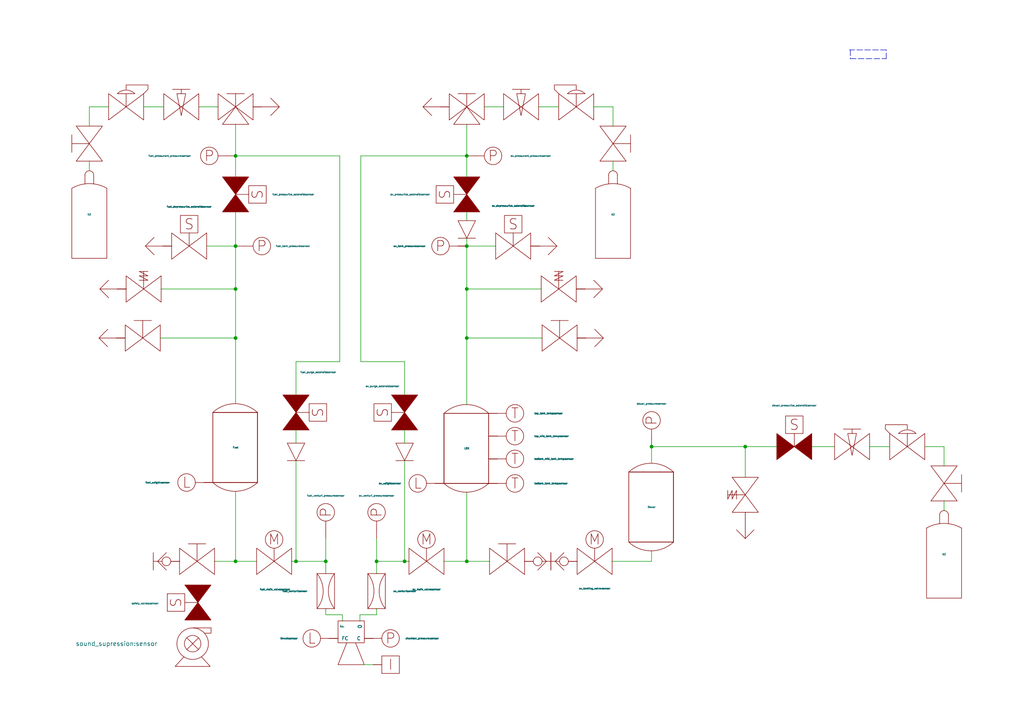
<source format=kicad_sch>
(kicad_sch (version 20231120) (generator "eeschema") (generator_version "8.0")
  (paper "A4")
  (lib_symbols
    (symbol "PnID-Lib:CheckValve" (pin_numbers hide) (pin_names (offset 1.016))
      (property "Reference" "CheckValve" (at 0 -3.302 0))
      (symbol "CheckValve_0_0"
        (polyline (pts (xy 2.54 2.54) (xy 2.54 -2.54)))
        (polyline (pts (xy -2.54 2.54) (xy -2.54 -2.54) (xy 2.54 0) (xy -2.54 2.54)))
      )
      (symbol "CheckValve_1_1"
        (pin bidirectional line (at -2.54 0 0) (length 0) (name "~") (number "~"))
        (pin bidirectional line (at 2.54 0 180) (length 0) (name "~") (number "~"))
      )
    )
    (symbol "PnID-Lib:Engine" (pin_numbers hide) (pin_names (offset 1.016))
      (property "Reference" "Engine" (at 0 -11.43 0))
      (symbol "Engine_0_0"
        (rectangle (start -3.81 2.54) (end 3.81 -3.81))
        (polyline (pts (xy -1.27 -3.81) (xy -3.81 -10.16) (xy 3.81 -10.16) (xy 1.27 -3.81)))
      )
      (symbol "Engine_1_1"
        (pin bidirectional line (at 3.81 -2.54 180) (length 0) (name "C") (number "~"))
        (pin input line (at -2.54 2.54 270) (length 0) (name "F") (number "~"))
        (pin input line (at -3.81 -2.54 0) (length 0) (name "FC") (number "~"))
        (pin input line (at 2.54 2.54 270) (length 0) (name "O") (number "~"))
      )
    )
    (symbol "PnID-Lib:GasBottle" (pin_numbers hide) (pin_names (offset 1.016))
      (property "Reference" "GasBottle" (at 0 -1.016 0))
      (symbol "GasBottle_0_0"
        (polyline (pts (xy -1.27 8.89) (xy -1.27 11.43)))
        (polyline (pts (xy 1.27 8.89) (xy 1.27 11.43)))
        (polyline (pts (xy -5.08 7.62) (xy -5.08 -12.7) (xy 5.08 -12.7) (xy 5.08 7.62)))
        (arc (start 1.27 11.43) (mid 0 12.7) (end -1.27 11.43))
        (arc (start 5.08 7.62) (mid 0 8.9691) (end -5.08 7.62))
      )
      (symbol "GasBottle_1_1"
        (pin output line (at 0 12.7 270) (length 0) (name "~") (number "~"))
      )
    )
    (symbol "PnID-Lib:PressureRegulator" (pin_numbers hide) (pin_names (offset 1.016))
      (property "Reference" "PressureRegulator" (at 0 -5.08 0))
      (property "Value" "PressureRegulator" (at 0 -6.35 0))
      (symbol "PressureRegulator_0_0"
        (polyline (pts (xy -2.54 3.81) (xy 2.54 3.81)))
        (polyline (pts (xy 0 0) (xy 0 3.81)))
        (polyline (pts (xy -5.08 3.81) (xy -6.35 5.08) (xy -6.35 6.35) (xy 0 6.35) (xy 0 5.08)))
        (arc (start 2.54 3.81) (mid 0 4.8621) (end -2.54 3.81))
      )
      (symbol "PressureRegulator_1_1"
        (polyline (pts (xy 0 0) (xy -5.08 3.81) (xy -5.08 -3.81) (xy 0 0)))
        (polyline (pts (xy 5.08 3.81) (xy 0 0) (xy 5.08 -3.81) (xy 5.08 3.81)))
        (pin bidirectional line (at -5.08 0 0) (length 0) (name "~") (number "~"))
        (pin bidirectional line (at 5.08 0 180) (length 0) (name "~") (number "~"))
      )
    )
    (symbol "PnID-Lib:Pump" (pin_names (offset 1.016))
      (property "Reference" "U" (at 6.858 -0.254 0))
      (property "Value" "Pump" (at 7.366 -2.286 0))
      (symbol "Pump_0_1"
        (polyline (pts (xy -1.651 1.651) (xy 1.651 -1.651)))
        (polyline (pts (xy 1.651 1.651) (xy -1.651 -1.651)))
        (polyline (pts (xy 5.334 4.572) (xy 0.127 4.572)))
        (polyline (pts (xy 5.334 4.572) (xy 5.334 3.048) (xy 3.429 3.048)))
        (polyline (pts (xy -2.54 -3.81) (xy -5.08 -6.604) (xy 5.08 -6.604) (xy 2.54 -3.81)))
        (circle (center 0 0) (radius 2.3876))
        (circle (center 0 0) (radius 4.572))
      )
      (symbol "Pump_1_1"
        (pin input line (at -4.572 0 0) (length 0) (name "~") (number "~"))
        (pin output line (at 5.334 3.81 180) (length 0) (name "~") (number "~"))
      )
    )
    (symbol "PnID-Lib:QuickConnect_Half" (pin_numbers hide) (pin_names (offset 1.016))
      (property "Reference" "QuickConnect" (at 0 -5.08 0))
      (property "Value" "QuickConnect_Half" (at 0 -7.62 0))
      (symbol "QuickConnect_Half_0_0"
        (circle (center -3.81 0) (radius 1.27))
        (polyline (pts (xy -1.27 0) (xy -3.81 -2.54)))
        (polyline (pts (xy -1.27 0) (xy -2.54 0)))
        (polyline (pts (xy 0 2.54) (xy 0 -2.54)))
        (polyline (pts (xy 0 0) (xy -1.27 0) (xy -3.81 2.54)))
      )
      (symbol "QuickConnect_Half_1_1"
        (pin bidirectional line (at -7.62 0 0) (length 2.54) (name "~") (number "~"))
      )
    )
    (symbol "PnID-Lib:Sensor_Load" (pin_numbers hide) (pin_names (offset 1.016))
      (property "Reference" "Sensor_Load" (at 6.35 0.762 0))
      (property "Value" "Sensor_Load" (at 6.35 -0.762 0))
      (property "Data_Content" " " (at 0 0 0))
      (symbol "Sensor_Load_0_0"
        (polyline (pts (xy -5.08 0) (xy -2.54 0)))
        (circle (center 0 0) (radius 2.54))
        (text "L" (at 0 0 0) (effects (font (size 2.9972 2.9972))))
      )
      (symbol "Sensor_Load_1_1"
        (pin bidirectional line (at -7.62 0 0) (length 2.54) (name "~") (number "~"))
      )
    )
    (symbol "PnID-Lib:Sensor_Pressure" (pin_numbers hide) (pin_names (offset 1.016))
      (property "Reference" "Sensor_Pressure" (at 6.35 0.762 0))
      (property "Value" "Sensor_Pressure" (at 6.35 -0.762 0))
      (property "Data_Content" " " (at 0 0 0))
      (symbol "Sensor_Pressure_0_0"
        (polyline (pts (xy -5.08 0) (xy -2.54 0)))
        (circle (center 0 0) (radius 2.54))
        (text "P" (at 0 0 0) (effects (font (size 2.9972 2.9972))))
      )
      (symbol "Sensor_Pressure_1_1"
        (pin bidirectional line (at -7.62 0 0) (length 2.54) (name "~") (number "~"))
      )
    )
    (symbol "PnID-Lib:Sensor_Temperature" (pin_numbers hide) (pin_names (offset 1.016))
      (property "Reference" "Sensor_Temperature" (at 7.112 0.762 0))
      (property "Value" "Sensor_Temperature" (at 7.112 -0.762 0))
      (symbol "Sensor_Temperature_0_0"
        (polyline (pts (xy -5.08 0) (xy -2.54 0)))
        (text "T" (at 0 0 0) (effects (font (size 2.9972 2.9972))))
      )
      (symbol "Sensor_Temperature_0_1"
        (circle (center 0 0) (radius 2.54))
      )
      (symbol "Sensor_Temperature_1_1"
        (pin bidirectional line (at -7.62 0 0) (length 2.54) (name "~") (number "~"))
      )
    )
    (symbol "PnID-Lib:Tank_Slim" (pin_numbers hide) (pin_names (offset 1.016))
      (property "Reference" "Tank_Slim" (at 0 1.27 0))
      (property "Value" "Tank_Slim" (at 0 -1.27 0))
      (symbol "Tank_Slim_0_0"
        (polyline (pts (xy 6.35 10.16) (xy 6.35 -10.16)))
      )
      (symbol "Tank_Slim_0_1"
        (rectangle (start -6.604 -10.16) (end 6.35 10.16))
        (polyline (pts (xy -6.604 10.16) (xy -6.604 -10.16)))
        (polyline (pts (xy -6.35 -10.16) (xy 6.35 -10.16)))
        (polyline (pts (xy -6.35 10.16) (xy 6.35 10.16)))
        (arc (start 6.35 10.16) (mid -0.127 12.7008) (end -6.604 10.16))
      )
      (symbol "Tank_Slim_1_1"
        (arc (start -6.604 -10.16) (mid -0.127 -12.7008) (end 6.35 -10.16))
        (pin bidirectional line (at 0 -12.7 90) (length 0) (name "~") (number "~"))
        (pin bidirectional line (at 0 12.7 270) (length 0) (name "~") (number "~"))
      )
    )
    (symbol "PnID-Lib:Valve_Manual" (pin_numbers hide) (pin_names (offset 1.016))
      (property "Reference" "Valve_Manual" (at 0 -5.08 0))
      (symbol "Valve_Manual_0_0"
        (polyline (pts (xy -2.54 5.08) (xy 2.54 5.08)))
        (polyline (pts (xy 0 0) (xy 0 5.08)))
      )
      (symbol "Valve_Manual_1_1"
        (polyline (pts (xy 0 0) (xy -5.08 3.81) (xy -5.08 -3.81) (xy 0 0)))
        (polyline (pts (xy 5.08 3.81) (xy 0 0) (xy 5.08 -3.81) (xy 5.08 3.81)))
        (pin bidirectional line (at -5.08 0 0) (length 0) (name "~") (number "~"))
        (pin bidirectional line (at 5.08 0 180) (length 0) (name "~") (number "~"))
      )
    )
    (symbol "PnID-Lib:Valve_Manual_3Way" (pin_names (offset 1.016))
      (property "Reference" "U" (at 0 19.558 0))
      (property "Value" "Valve_Manual_3Way" (at 0 17.272 0))
      (symbol "Valve_Manual_3Way_1_1"
        (polyline (pts (xy -2.54 10.922) (xy 2.54 10.922)))
        (polyline (pts (xy 0 7.112) (xy 0 10.922)))
        (polyline (pts (xy 0 7.112) (xy -5.08 10.922) (xy -5.08 3.302) (xy 0 7.112)))
        (polyline (pts (xy 3.81 2.032) (xy 0 7.112) (xy -3.81 2.032) (xy 3.81 2.032)))
        (polyline (pts (xy 5.08 10.922) (xy 0 7.112) (xy 5.08 3.302) (xy 5.08 10.922)))
        (pin bidirectional line (at -5.08 7.112 0) (length 0) (name "~") (number "~"))
        (pin bidirectional line (at 0 2.032 90) (length 0) (name "~") (number "~"))
        (pin bidirectional line (at 5.08 7.112 180) (length 0) (name "~") (number "~"))
      )
    )
    (symbol "PnID-Lib:Valve_Needle" (pin_numbers hide) (pin_names (offset 1.016))
      (property "Reference" "Valve_Needle" (at 0 -5.08 0))
      (symbol "Valve_Needle_0_0"
        (polyline (pts (xy -2.54 5.08) (xy 2.54 5.08)))
        (polyline (pts (xy 0 3.81) (xy 0 5.08)))
        (polyline (pts (xy 0 -2.54) (xy -1.27 3.81) (xy 1.27 3.81) (xy 0 -2.54)))
      )
      (symbol "Valve_Needle_1_1"
        (polyline (pts (xy 0 0) (xy -5.08 3.81) (xy -5.08 -3.81) (xy 0 0)))
        (polyline (pts (xy 5.08 3.81) (xy 0 0) (xy 5.08 -3.81) (xy 5.08 3.81)))
        (pin bidirectional line (at -5.08 0 0) (length 0) (name "~") (number "~"))
        (pin bidirectional line (at 5.08 0 180) (length 0) (name "~") (number "~"))
      )
    )
    (symbol "PnID-Lib:Valve_OverPressure" (pin_numbers hide) (pin_names (offset 1.016))
      (property "Reference" "Valve_OverPressure" (at 0 -4.572 0))
      (symbol "Valve_OverPressure_0_0"
        (polyline (pts (xy 0 0) (xy 0 5.08)))
        (polyline (pts (xy -1.27 2.54) (xy 1.27 2.54) (xy -1.27 3.81) (xy 1.27 3.81) (xy -1.27 5.08) (xy 1.27 5.08)))
      )
      (symbol "Valve_OverPressure_1_1"
        (polyline (pts (xy 0 0) (xy -5.08 3.81) (xy -5.08 -3.81) (xy 0 0)))
        (polyline (pts (xy 5.08 3.81) (xy 0 0) (xy 5.08 -3.81) (xy 5.08 3.81)))
        (pin bidirectional line (at -5.08 0 0) (length 0) (name "~") (number "~"))
        (pin bidirectional line (at 5.08 0 180) (length 0) (name "~") (number "~"))
      )
    )
    (symbol "PnID-Lib:Valve_Servo" (pin_numbers hide) (pin_names (offset 1.016))
      (property "Reference" "Valve_Servo" (at 0 -4.064 0))
      (property "Value" "Valve_Servo" (at 0 -5.334 0))
      (symbol "Valve_Servo_0_0"
        (polyline (pts (xy 0 0) (xy 0 3.81)))
        (circle (center 0 6.35) (radius 2.54))
        (text "M" (at 0 6.35 0) (effects (font (size 2.9972 2.9972))))
      )
      (symbol "Valve_Servo_0_1"
        (polyline (pts (xy 0 0) (xy -5.08 3.81) (xy -5.08 -3.81) (xy 0 0)))
      )
      (symbol "Valve_Servo_1_1"
        (polyline (pts (xy 5.08 3.81) (xy 0 0) (xy 5.08 -3.81) (xy 5.08 3.81)))
        (pin bidirectional line (at -5.08 0 0) (length 0) (name "~") (number "~"))
        (pin bidirectional line (at 5.08 0 180) (length 0) (name "~") (number "~"))
      )
    )
    (symbol "PnID-Lib:Valve_Solenoid_NC" (pin_numbers hide) (pin_names (offset 1.016))
      (property "Reference" "Valve_Solenoid" (at 0.254 -4.318 0))
      (property "Value" "Valve_Solenoid_NC" (at 0.254 -5.588 0))
      (symbol "Valve_Solenoid_NC_0_0"
        (rectangle (start -2.54 3.81) (end 2.54 8.89))
        (text "S" (at 0 6.35 0) (effects (font (size 2.9972 2.9972))))
      )
      (symbol "Valve_Solenoid_NC_0_1"
        (polyline (pts (xy 0 3.81) (xy 0 0)))
      )
      (symbol "Valve_Solenoid_NC_1_1"
        (polyline (pts (xy 0 0) (xy -5.08 3.81) (xy -5.08 -3.81) (xy 0 0)) (fill (type outline)))
        (polyline (pts (xy 5.08 3.81) (xy 0 0) (xy 5.08 -3.81) (xy 5.08 3.81)) (fill (type outline)))
        (pin bidirectional line (at -5.08 0 0) (length 0) (name "~") (number "~"))
        (pin bidirectional line (at 5.08 0 180) (length 0) (name "~") (number "~"))
      )
    )
    (symbol "PnID-Lib:Valve_Solenoid_NO" (pin_numbers hide) (pin_names (offset 1.016))
      (property "Reference" "Valve_Solenoid" (at 0.254 -4.318 0))
      (property "Value" "Valve_Solenoid_NO" (at 0.254 -5.588 0))
      (symbol "Valve_Solenoid_NO_0_0"
        (rectangle (start -2.54 3.81) (end 2.54 8.89))
        (text "S" (at 0 6.35 0) (effects (font (size 2.9972 2.9972))))
      )
      (symbol "Valve_Solenoid_NO_0_1"
        (polyline (pts (xy 0 3.81) (xy 0 0)))
      )
      (symbol "Valve_Solenoid_NO_1_1"
        (polyline (pts (xy 0 0) (xy -5.08 3.81) (xy -5.08 -3.81) (xy 0 0)))
        (polyline (pts (xy 5.08 3.81) (xy 0 0) (xy 5.08 -3.81) (xy 5.08 3.81)))
        (pin bidirectional line (at -5.08 0 0) (length 0) (name "~") (number "~"))
        (pin bidirectional line (at 5.08 0 180) (length 0) (name "~") (number "~"))
      )
    )
    (symbol "PnID-Lib:Vent" (pin_numbers hide) (pin_names (offset 1.016))
      (property "Reference" "Vent" (at 2.54 1.27 0))
      (symbol "Vent_0_0"
        (polyline (pts (xy 0 0) (xy -5.08 0)))
        (polyline (pts (xy -2.54 2.54) (xy 0 0) (xy -2.54 -2.54)))
      )
      (symbol "Vent_1_1"
        (pin bidirectional line (at -7.62 0 0) (length 2.54) (name "~") (number "~"))
      )
    )
    (symbol "PnID-Lib:Venturi" (pin_numbers hide) (pin_names (offset 1.016))
      (property "Reference" "Venturi" (at 0 -5.08 0))
      (symbol "Venturi_0_0"
        (rectangle (start -5.08 2.54) (end 5.08 -2.54))
        (arc (start -5.08 2.54) (mid 0 0.758) (end 5.08 2.54))
        (arc (start 5.08 -2.54) (mid 0 -0.758) (end -5.08 -2.54))
      )
      (symbol "Venturi_1_1"
        (pin bidirectional line (at -5.08 0 0) (length 0) (name "~") (number "~"))
        (pin bidirectional line (at 5.08 0 180) (length 0) (name "~") (number "~"))
      )
    )
    (symbol "PnID-Lib:igniter" (pin_names (offset 1.016))
      (property "Value" "igniter" (at -5.08 0 0))
      (symbol "igniter_0_0"
        (text "I" (at 0 0 0) (effects (font (size 2.9972 2.9972))))
      )
      (symbol "igniter_0_1"
        (rectangle (start -2.54 2.54) (end 2.54 -2.54))
      )
      (symbol "igniter_1_1"
        (pin input line (at 5.08 0 180) (length 2.54) (name "~") (number "~"))
      )
    )
    (symbol "Valve_Solenoid_NC_1" (pin_numbers hide) (pin_names (offset 1.016))
      (property "Reference" "Valve_Solenoid" (at 0.254 -4.318 0))
      (property "Value" "Valve_Solenoid_NC" (at 0.254 -5.588 0))
      (symbol "Valve_Solenoid_NC_1_0_0"
        (rectangle (start -2.54 3.81) (end 2.54 8.89))
        (text "S" (at 0 6.35 0) (effects (font (size 2.9972 2.9972))))
      )
      (symbol "Valve_Solenoid_NC_1_0_1"
        (polyline (pts (xy 0 3.81) (xy 0 0)))
      )
      (symbol "Valve_Solenoid_NC_1_1_1"
        (polyline (pts (xy 0 0) (xy -5.08 3.81) (xy -5.08 -3.81) (xy 0 0)) (fill (type outline)))
        (polyline (pts (xy 5.08 3.81) (xy 0 0) (xy 5.08 -3.81) (xy 5.08 3.81)) (fill (type outline)))
        (pin bidirectional line (at -5.08 0 0) (length 0) (name "~") (number "~"))
        (pin bidirectional line (at 5.08 0 180) (length 0) (name "~") (number "~"))
      )
    )
  )
  (junction (at 188.976 129.54))
  (junction (at 135.382 98.044))
  (junction (at 117.348 162.814))
  (junction (at 135.382 83.82))
  (junction (at 68.326 45.212))
  (junction (at 94.488 162.814))
  (junction (at 135.382 162.814))
  (junction (at 109.22 162.814))
  (junction (at 68.326 71.374))
  (junction (at 216.154 129.54))
  (junction (at 135.382 45.212))
  (junction (at 135.382 71.374))
  (junction (at 85.852 162.814))
  (junction (at 68.326 98.044))
  (junction (at 68.326 83.82))
  (junction (at 68.326 162.814))
  (wire (pts (xy 242.062 129.54) (xy 235.458 129.54)))
  (wire (pts (xy 46.482 98.044) (xy 68.326 98.044)))
  (wire (pts (xy 135.382 98.044) (xy 135.382 83.82)))
  (wire (pts (xy 68.326 36.068) (xy 68.326 45.212)))
  (wire (pts (xy 188.976 129.54) (xy 216.154 129.54)))
  (wire (pts (xy 117.348 104.902) (xy 117.348 114.554)))
  (wire (pts (xy 109.22 162.814) (xy 109.22 166.37)))
  (wire (pts (xy 143.764 71.374) (xy 135.382 71.374)))
  (wire (pts (xy 162.052 30.988) (xy 156.21 30.988)))
  (wire (pts (xy 109.22 156.21) (xy 109.22 162.814)))
  (polyline (pts (xy 257.048 17.018) (xy 257.048 14.478)) (stroke (width 0) (type dash)))
  (wire (pts (xy 84.582 162.814) (xy 85.852 162.814)))
  (wire (pts (xy 47.498 30.988) (xy 41.656 30.988)))
  (wire (pts (xy 177.8 30.988) (xy 177.8 36.576)))
  (wire (pts (xy 135.382 162.814) (xy 141.986 162.814)))
  (wire (pts (xy 117.348 133.604) (xy 117.348 162.814)))
  (wire (pts (xy 135.382 45.212) (xy 135.382 51.308)))
  (polyline (pts (xy 246.634 14.478) (xy 246.634 17.018)) (stroke (width 0) (type dash)))
  (wire (pts (xy 85.852 104.902) (xy 85.852 114.554)))
  (wire (pts (xy 177.546 162.814) (xy 188.976 162.814)))
  (wire (pts (xy 188.976 129.54) (xy 188.976 134.366)))
  (wire (pts (xy 85.852 162.814) (xy 94.488 162.814)))
  (wire (pts (xy 68.326 61.468) (xy 68.326 71.374)))
  (wire (pts (xy 63.246 30.988) (xy 57.658 30.988)))
  (wire (pts (xy 68.326 142.494) (xy 68.326 162.814)))
  (wire (pts (xy 85.852 124.714) (xy 85.852 128.524)))
  (wire (pts (xy 135.382 71.374) (xy 135.382 69.088)))
  (wire (pts (xy 31.496 30.988) (xy 25.908 30.988)))
  (wire (pts (xy 25.908 30.988) (xy 25.908 36.576)))
  (wire (pts (xy 104.394 178.308) (xy 109.22 178.308)))
  (wire (pts (xy 258.064 129.54) (xy 252.222 129.54)))
  (wire (pts (xy 177.8 49.53) (xy 177.8 46.736)))
  (wire (pts (xy 157.226 98.044) (xy 135.382 98.044)))
  (wire (pts (xy 94.488 178.308) (xy 99.314 178.308)))
  (wire (pts (xy 104.394 178.308) (xy 104.394 180.086)))
  (wire (pts (xy 46.736 83.82) (xy 68.326 83.82)))
  (wire (pts (xy 177.8 30.988) (xy 172.212 30.988)))
  (wire (pts (xy 117.348 162.814) (xy 118.618 162.814)))
  (wire (pts (xy 68.326 45.212) (xy 68.326 51.308)))
  (wire (pts (xy 68.326 98.044) (xy 68.326 117.094)))
  (wire (pts (xy 68.326 83.82) (xy 68.326 98.044)))
  (wire (pts (xy 135.382 61.468) (xy 135.382 64.008)))
  (wire (pts (xy 94.488 156.21) (xy 94.488 162.814)))
  (wire (pts (xy 109.22 176.53) (xy 109.22 178.308)))
  (wire (pts (xy 135.382 36.068) (xy 135.382 45.212)))
  (wire (pts (xy 273.812 148.082) (xy 273.812 145.288)))
  (polyline (pts (xy 246.634 17.018) (xy 257.048 17.018)) (stroke (width 0) (type dash)))
  (wire (pts (xy 98.552 45.212) (xy 98.552 104.902)))
  (wire (pts (xy 273.812 129.54) (xy 273.812 135.128)))
  (wire (pts (xy 94.488 162.814) (xy 94.488 166.37)))
  (wire (pts (xy 135.382 142.748) (xy 135.382 162.814)))
  (wire (pts (xy 135.382 98.044) (xy 135.382 117.348)))
  (wire (pts (xy 104.648 45.212) (xy 135.382 45.212)))
  (wire (pts (xy 94.488 178.308) (xy 94.488 176.53)))
  (wire (pts (xy 156.972 83.82) (xy 135.382 83.82)))
  (wire (pts (xy 99.314 178.308) (xy 99.314 180.086)))
  (polyline (pts (xy 257.048 14.478) (xy 246.38 14.478)) (stroke (width 0) (type dash)))
  (wire (pts (xy 135.382 83.82) (xy 135.382 71.374)))
  (wire (pts (xy 25.908 49.53) (xy 25.908 46.736)))
  (wire (pts (xy 104.648 45.212) (xy 104.648 104.902)))
  (wire (pts (xy 85.852 133.604) (xy 85.852 162.814)))
  (wire (pts (xy 216.154 129.54) (xy 216.154 138.43)))
  (wire (pts (xy 68.326 71.374) (xy 68.326 83.82)))
  (wire (pts (xy 273.812 129.54) (xy 268.224 129.54)))
  (wire (pts (xy 216.154 129.54) (xy 225.298 129.54)))
  (wire (pts (xy 117.348 162.814) (xy 109.22 162.814)))
  (wire (pts (xy 128.778 162.814) (xy 135.382 162.814)))
  (wire (pts (xy 68.326 45.212) (xy 98.552 45.212)))
  (wire (pts (xy 98.552 104.902) (xy 85.852 104.902)))
  (wire (pts (xy 140.462 30.988) (xy 146.05 30.988)))
  (wire (pts (xy 108.204 192.786) (xy 105.664 192.786)))
  (wire (pts (xy 117.348 128.524) (xy 117.348 124.714)))
  (wire (pts (xy 68.326 162.814) (xy 74.422 162.814)))
  (wire (pts (xy 62.23 162.814) (xy 68.326 162.814)))
  (wire (pts (xy 59.944 71.374) (xy 68.326 71.374)))
  (wire (pts (xy 188.976 162.814) (xy 188.976 159.766)))
  (wire (pts (xy 104.648 104.902) (xy 117.348 104.902)))
  (symbol (lib_id "PnID-Lib:GasBottle") (at 25.908 62.23 0) (unit 1)
    (property "Reference" "N2" (at 25.908 62.23 0) (effects (font (size 0.508 0.508))))
    (property "Value" "N2" (effects (hide yes)))
  )
  (symbol (lib_id "PnID-Lib:Sensor_Pressure") (at 143.002 45.212 0) (unit 1)
    (property "Reference" "ox_pressurant_pressure:sensor" (effects (hide yes)))
    (property "Value" "ox_pressurant_pressure:sensor" (at 148.082 45.212 0) (effects (font (size 0.508 0.508)) (justify left)))
    (property "Unit" "bar" (effects (hide yes)))
    (property "Action_Reference" " " (effects (hide yes)))
    (property "Data_Content" " " (effects (hide yes)))
  )
  (symbol (lib_id "PnID-Lib:Sensor_Pressure") (at 60.706 45.212 180) (unit 1)
    (property "Reference" "fuel_pressurant_pressure" (effects (hide yes)))
    (property "Value" "fuel_pressurant_pressure:sensor" (at 55.372 45.212 0) (effects (font (size 0.508 0.508)) (justify left)))
    (property "Unit" "bar" (effects (hide yes)))
    (property "Action_Reference" " " (effects (hide yes)))
    (property "Data_Content" " " (effects (hide yes)))
  )
  (symbol (lib_id "PnID-Lib:Valve_Solenoid_NC") (at 135.382 56.388 90) (mirror x) (unit 1)
    (property "Reference" "ox_pressurize_solenoid" (effects (hide yes)))
    (property "Value" "ox_pressurize_solenoid:sensor" (at 124.714 56.388 90) (effects (font (size 0.508 0.508)) (justify left)))
    (property "Unit" "%" (effects (hide yes)))
    (property "Action_Reference" " " (effects (hide yes)))
  )
  (symbol (lib_id "PnID-Lib:Valve_Solenoid_NC") (at 68.326 56.388 270) (unit 1)
    (property "Reference" "fuel_pressurize_solenoid" (effects (hide yes)))
    (property "Value" "fuel_pressurize_solenoid:sensor" (at 78.994 56.388 90) (effects (font (size 0.508 0.508)) (justify left)))
    (property "Unit" "%" (effects (hide yes)))
    (property "Action_Reference" " " (effects (hide yes)))
  )
  (symbol (lib_id "PnID-Lib:Valve_Solenoid_NC") (at 117.348 119.634 90) (unit 1)
    (property "Reference" "ox_purge_solenoid" (effects (hide yes)))
    (property "Value" "ox_purge_solenoid:sensor" (at 115.824 112.014 90) (effects (font (size 0.508 0.508)) (justify left)))
    (property "Unit" "%" (effects (hide yes)))
    (property "Action_Reference" " " (effects (hide yes)))
  )
  (symbol (lib_id "PnID-Lib:Valve_Solenoid_NC") (at 85.852 119.634 270) (unit 1)
    (property "Reference" "fuel_purge_solenoid" (effects (hide yes)))
    (property "Value" "fuel_purge_solenoid:sensor" (at 87.122 107.95 90) (effects (font (size 0.508 0.508)) (justify left)))
    (property "Unit" "%" (effects (hide yes)))
    (property "Action_Reference" " " (effects (hide yes)))
  )
  (symbol (lib_id "PnID-Lib:CheckValve") (at 135.382 66.548 270) (unit 1)
    (property "Reference" "CheckValve?" (effects (hide yes)))
    (property "Value" "CheckValve" (effects (hide yes)))
  )
  (symbol (lib_name "PnID-Lib:Tank_Slim") (lib_id "PnID-Lib:Tank_Slim") (at 135.382 130.048 0) (unit 1)
    (property "Reference" "LOX" (at 135.382 130.048 0) (effects (font (size 0.508 0.508))))
    (property "Value" "lox_tank" (effects (hide yes)))
    (property "Unit" "%" (effects (hide yes)))
    (property "Action_Reference" " " (effects (hide yes)))
    (property "Data_Content" " " (effects (hide yes)))
  )
  (symbol (lib_id "PnID-Lib:Tank_Slim") (at 68.326 129.794 0) (unit 1)
    (property "Reference" "Fuel" (at 68.326 129.794 0) (effects (font (size 0.508 0.508))))
    (property "Value" "fuel_tank" (effects (hide yes)))
    (property "Unit" "%" (effects (hide yes)))
    (property "Action_Reference" " " (effects (hide yes)))
    (property "Data_Content" " " (effects (hide yes)))
  )
  (symbol (lib_id "PnID-Lib:Engine") (at 101.854 182.626 0) (unit 1)
    (property "Reference" "engine" (effects (hide yes)))
    (property "Value" "engine" (effects (hide yes)))
    (property "Action_Reference" " " (effects (hide yes)))
  )
  (symbol (lib_id "PnID-Lib:CheckValve") (at 85.852 131.064 270) (unit 1)
    (property "Reference" "CheckValve?" (effects (hide yes)))
    (property "Value" "CheckValve" (effects (hide yes)))
  )
  (symbol (lib_id "PnID-Lib:CheckValve") (at 117.348 131.064 270) (unit 1)
    (property "Reference" "CheckValve?" (effects (hide yes)))
    (property "Value" "CheckValve" (effects (hide yes)))
  )
  (symbol (lib_id "PnID-Lib:Sensor_Pressure") (at 94.488 148.59 90) (unit 1)
    (property "Reference" "fuel_venturi_pressure" (effects (hide yes)))
    (property "Value" "fuel_venturi_pressure:sensor" (at 94.488 143.764 90) (effects (font (size 0.508 0.508))))
    (property "Unit" "bar" (effects (hide yes)))
    (property "Action_Reference" " " (effects (hide yes)))
    (property "Data_Content" " " (effects (hide yes)))
  )
  (symbol (lib_id "PnID-Lib:Sensor_Pressure") (at 109.22 148.59 90) (unit 1)
    (property "Reference" "ox_venturi_pressure" (effects (hide yes)))
    (property "Value" "ox_venturi_pressure:sensor" (at 109.22 143.764 90) (effects (font (size 0.508 0.508))))
    (property "Unit" "bar" (effects (hide yes)))
    (property "Action_Reference" " " (effects (hide yes)))
    (property "Data_Content" " " (effects (hide yes)))
  )
  (symbol (lib_id "PnID-Lib:Sensor_Pressure") (at 113.284 185.166 0) (unit 1)
    (property "Reference" "chamber_pressure" (effects (hide yes)))
    (property "Value" "chamber_pressure:sensor" (at 117.602 185.166 0) (effects (font (size 0.508 0.508)) (justify left)))
    (property "Unit" "bar" (effects (hide yes)))
    (property "Action_Reference" " " (effects (hide yes)))
    (property "Data_Content" " " (at 110.5408 189.5602 0))
  )
  (symbol (lib_id "PnID-Lib:Sensor_Temperature") (at 149.352 119.888 0) (mirror x) (unit 1)
    (property "Reference" "top_tank_temp" (effects (hide yes)))
    (property "Value" "top_tank_temp:sensor" (at 154.94 119.888 0) (effects (font (size 0.508 0.508)) (justify left)))
    (property "Unit" "˚C" (effects (hide yes)))
    (property "Action_Reference" " " (effects (hide yes)))
  )
  (symbol (lib_id "PnID-Lib:Valve_Manual") (at 147.066 162.814 0) (unit 1)
    (property "Reference" "ox_manual_tanking_valve" (effects (hide yes)))
    (property "Value" "ox_manual_tanking_valve" (effects (hide yes)))
    (property "Action_Reference" " " (effects (hide yes)))
  )
  (symbol (lib_id "PnID-Lib:QuickConnect_Half") (at 159.766 162.814 0) (unit 1)
    (property "Reference" "ox_quick_connect" (effects (hide yes)))
    (property "Value" "ox_quick_connect" (effects (hide yes)))
  )
  (symbol (lib_id "PnID-Lib:Vent") (at 122.682 30.988 180) (unit 1)
    (property "Reference" "Vent?" (effects (hide yes)))
    (property "Value" "Vent" (effects (hide yes)))
  )
  (symbol (lib_id "PnID-Lib:Vent") (at 81.026 30.988 0) (unit 1)
    (property "Reference" "Vent?" (effects (hide yes)))
    (property "Value" "Vent" (effects (hide yes)))
  )
  (symbol (lib_id "PnID-Lib:Venturi") (at 109.22 171.45 270) (unit 1)
    (property "Reference" "ox_venturi" (effects (hide yes)))
    (property "Value" "ox_venturi:sensor" (at 114.046 171.45 90) (effects (font (size 0.508 0.508)) (justify left)))
    (property "Unit" "%" (effects (hide yes)))
  )
  (symbol (lib_id "PnID-Lib:Venturi") (at 94.488 171.45 270) (unit 1)
    (property "Reference" "fuel_venturi" (effects (hide yes)))
    (property "Value" "fuel_venturi:sensor" (at 89.154 171.45 90) (effects (font (size 0.508 0.508)) (justify right)))
    (property "Unit" "%" (effects (hide yes)))
  )
  (symbol (lib_id "PnID-Lib:Valve_Manual") (at 25.908 41.656 90) (unit 1)
    (property "Reference" "fuel_manual_valve" (effects (hide yes)))
    (property "Value" "fuel_manual_valve" (effects (hide yes)))
    (property "Action_Reference" " " (effects (hide yes)))
  )
  (symbol (lib_id "PnID-Lib:PressureRegulator") (at 36.576 30.988 0) (mirror y) (unit 1)
    (property "Reference" "fuel_pressure_regulator" (effects (hide yes)))
    (property "Value" "fuel_pressure_regulator" (effects (hide yes)))
  )
  (symbol (lib_id "PnID-Lib:Valve_Needle") (at 52.578 30.988 0) (unit 1)
    (property "Reference" "fuel_needle_valve" (effects (hide yes)))
    (property "Value" "fuel_needle_valve" (effects (hide yes)))
    (property "Action_Reference" " " (effects (hide yes)))
  )
  (symbol (lib_id "PnID-Lib:Valve_Manual_3Way") (at 68.326 38.1 0) (unit 1)
    (property "Reference" "fuel_manual_3way" (effects (hide yes)))
    (property "Value" "fuel_manual_3way" (effects (hide yes)))
  )
  (symbol (lib_id "PnID-Lib:Valve_OverPressure") (at 41.656 83.82 0) (unit 1)
    (property "Reference" "fuel_safety_valve" (effects (hide yes)))
    (property "Value" "fuel_safety_valve" (effects (hide yes)))
    (property "Action_Reference" " " (effects (hide yes)))
  )
  (symbol (lib_id "PnID-Lib:Valve_Solenoid_NO") (at 54.864 71.374 0) (unit 1)
    (property "Reference" "fuel_depressurize_solenoid" (effects (hide yes)))
    (property "Value" "fuel_depressurize_solenoid:sensor" (at 54.864 59.944 0) (effects (font (size 0.508 0.508))))
    (property "Unit" "%" (effects (hide yes)))
    (property "Action_Reference" " " (effects (hide yes)))
  )
  (symbol (lib_id "PnID-Lib:Valve_Manual") (at 57.15 162.814 0) (unit 1)
    (property "Reference" "fuel_manual_tanking_valve" (effects (hide yes)))
    (property "Value" "fuel_manual_tanking_valve" (effects (hide yes)))
    (property "Action_Reference" " " (effects (hide yes)))
  )
  (symbol (lib_id "PnID-Lib:QuickConnect_Half") (at 44.45 162.814 180) (unit 1)
    (property "Reference" "fuel_quick_connect" (effects (hide yes)))
    (property "Value" "fuel_quick_connect" (effects (hide yes)))
  )
  (symbol (lib_id "PnID-Lib:Valve_Manual") (at 41.402 98.044 0) (unit 1)
    (property "Reference" "fuel_manual_vent_valve" (effects (hide yes)))
    (property "Value" "fuel_manual_vent_valve" (effects (hide yes)))
    (property "Action_Reference" " " (effects (hide yes)))
  )
  (symbol (lib_id "PnID-Lib:Vent") (at 42.164 71.374 180) (unit 1)
    (property "Reference" "Vent?" (effects (hide yes)))
    (property "Value" "Vent" (effects (hide yes)))
  )
  (symbol (lib_id "PnID-Lib:Vent") (at 28.956 83.82 180) (unit 1)
    (property "Reference" "Vent?" (effects (hide yes)))
    (property "Value" "Vent" (effects (hide yes)))
  )
  (symbol (lib_id "PnID-Lib:Vent") (at 28.702 98.044 180) (unit 1)
    (property "Reference" "Vent?" (effects (hide yes)))
    (property "Value" "Vent" (effects (hide yes)))
  )
  (symbol (lib_id "PnID-Lib:Valve_Servo") (at 79.502 162.814 0) (unit 1)
    (property "Reference" "fuel_main_valve" (effects (hide yes)))
    (property "Value" "fuel_main_valve:sensor" (at 79.756 170.942 0) (effects (font (size 0.508 0.508))))
    (property "Unit" "%" (effects (hide yes)))
    (property "Action_Reference" " " (effects (hide yes)))
  )
  (symbol (lib_id "PnID-Lib:Valve_Solenoid_NC") (at 230.378 129.54 0) (unit 1)
    (property "Reference" "dewar_pressurize_solenoid?" (effects (hide yes)))
    (property "Value" "dewar_pressurize_solenoid:sensor" (at 230.378 117.602 0) (effects (font (size 0.508 0.508))))
    (property "Unit" "%" (effects (hide yes)))
    (property "Action_Reference" " " (effects (hide yes)))
  )
  (symbol (lib_id "PnID-Lib:Valve_OverPressure") (at 216.154 143.51 90) (unit 1)
    (property "Reference" "DewarOverPressureValve?" (effects (hide yes)))
    (property "Value" "DewarOverPressureValve" (effects (hide yes)))
    (property "Action_Reference" " " (effects (hide yes)))
  )
  (symbol (lib_id "PnID-Lib:Sensor_Pressure") (at 188.976 121.92 90) (unit 1)
    (property "Reference" "dewar_pressure?" (effects (hide yes)))
    (property "Value" "dewar_pressure:sensor" (at 188.976 117.094 90) (effects (font (size 0.508 0.508))))
    (property "Unit" "bar" (effects (hide yes)))
    (property "Action_Reference" " " (effects (hide yes)))
    (property "Data_Content" " " (effects (hide yes)))
  )
  (symbol (lib_id "PnID-Lib:Tank_Slim") (at 188.976 147.066 0) (unit 1)
    (property "Reference" "Dewar" (at 188.976 147.066 0) (effects (font (size 0.508 0.508))))
    (property "Value" "dewar_fill_level:sensor" (effects (hide yes)))
    (property "Unit" "%" (effects (hide yes)))
    (property "Action_Reference" " " (effects (hide yes)))
    (property "Data_Content" " " (effects (hide yes)))
  )
  (symbol (lib_id "PnID-Lib:Valve_Servo") (at 172.466 162.814 0) (unit 1)
    (property "Reference" "ox_tanking_valve" (effects (hide yes)))
    (property "Value" "ox_tanking_valve:sensor" (at 172.466 170.688 0) (effects (font (size 0.508 0.508))))
    (property "Unit" "%" (effects (hide yes)))
    (property "Action_Reference" " " (effects (hide yes)))
  )
  (symbol (lib_id "PnID-Lib:QuickConnect_Half") (at 159.766 162.814 180) (unit 1)
    (property "Reference" "DewarQuickConnect?" (effects (hide yes)))
    (property "Value" "DewarQuickConnect" (effects (hide yes)))
  )
  (symbol (lib_id "PnID-Lib:Vent") (at 216.154 156.21 270) (unit 1)
    (property "Reference" "Vent?" (effects (hide yes)))
    (property "Value" "Vent" (effects (hide yes)))
  )
  (symbol (lib_id "PnID-Lib:Valve_OverPressure") (at 162.052 83.82 0) (mirror y) (unit 1)
    (property "Reference" "ox_safety_valve" (effects (hide yes)))
    (property "Value" "ox_safety_valve" (effects (hide yes)))
    (property "Action_Reference" " " (effects (hide yes)))
  )
  (symbol (lib_id "PnID-Lib:Valve_Solenoid_NO") (at 148.844 71.374 0) (mirror y) (unit 1)
    (property "Reference" "ox_depressurize_solenoid" (effects (hide yes)))
    (property "Value" "ox_depressurize_solenoid:sensor" (at 148.844 59.69 0) (effects (font (size 0.508 0.508))))
    (property "Unit" "%" (effects (hide yes)))
    (property "Action_Reference" " " (effects (hide yes)))
  )
  (symbol (lib_id "PnID-Lib:Valve_Manual") (at 162.306 98.044 0) (mirror y) (unit 1)
    (property "Reference" "ox_manual_vent_valve" (effects (hide yes)))
    (property "Value" "ox_manual_vent_valve" (effects (hide yes)))
    (property "Action_Reference" " " (effects (hide yes)))
  )
  (symbol (lib_id "PnID-Lib:Vent") (at 161.544 71.374 0) (mirror x) (unit 1)
    (property "Reference" "Vent?" (effects (hide yes)))
    (property "Value" "Vent" (effects (hide yes)))
  )
  (symbol (lib_id "PnID-Lib:Vent") (at 174.752 83.82 0) (mirror x) (unit 1)
    (property "Reference" "Vent?" (effects (hide yes)))
    (property "Value" "Vent" (effects (hide yes)))
  )
  (symbol (lib_id "PnID-Lib:Sensor_Pressure") (at 75.946 71.374 0) (unit 1)
    (property "Reference" "fuel_tank_pressure" (effects (hide yes)))
    (property "Value" "fuel_tank_pressure:sensor" (at 80.01 71.374 0) (effects (font (size 0.508 0.508)) (justify left)))
    (property "Unit" "bar" (effects (hide yes)))
    (property "Action_Reference" " " (effects (hide yes)))
    (property "Data_Content" " " (effects (hide yes)))
  )
  (symbol (lib_id "PnID-Lib:Sensor_Pressure") (at 127.762 71.374 180) (unit 1)
    (property "Reference" "ox_tank_pressure" (effects (hide yes)))
    (property "Value" "ox_tank_pressure:sensor" (at 123.444 71.374 0) (effects (font (size 0.508 0.508)) (justify left)))
    (property "Unit" "bar" (effects (hide yes)))
    (property "Action_Reference" " " (effects (hide yes)))
    (property "Data_Content" " " (effects (hide yes)))
  )
  (symbol (lib_id "PnID-Lib:PressureRegulator") (at 167.132 30.988 0) (unit 1)
    (property "Reference" "ox_pressure_regulator" (effects (hide yes)))
    (property "Value" "ox_pressure_regulator" (effects (hide yes)))
  )
  (symbol (lib_id "PnID-Lib:Valve_Needle") (at 151.13 30.988 0) (mirror y) (unit 1)
    (property "Reference" "ox_needle_valve" (effects (hide yes)))
    (property "Value" "ox_needle_valve" (effects (hide yes)))
    (property "Action_Reference" " " (effects (hide yes)))
  )
  (symbol (lib_id "PnID-Lib:Valve_Manual_3Way") (at 135.382 38.1 0) (unit 1)
    (property "Reference" "fuel_manual_3way?" (effects (hide yes)))
    (property "Value" "fuel_manual_3way" (effects (hide yes)))
  )
  (symbol (lib_id "PnID-Lib:Valve_Servo") (at 123.698 162.814 0) (unit 1)
    (property "Reference" "ox_main_valve" (effects (hide yes)))
    (property "Value" "ox_main_valve:sensor" (at 123.698 170.942 0) (effects (font (size 0.508 0.508))))
    (property "Unit" "%" (effects (hide yes)))
    (property "Action_Reference" " " (effects (hide yes)))
  )
  (symbol (lib_id "PnID-Lib:Sensor_Temperature") (at 149.352 126.492 0) (mirror x) (unit 1)
    (property "Reference" "top_mid_tank_temp" (effects (hide yes)))
    (property "Value" "top_mid_tank_temp:sensor" (at 154.94 126.492 0) (effects (font (size 0.508 0.508)) (justify left)))
    (property "Unit" "˚C" (effects (hide yes)))
    (property "Action_Reference" " " (effects (hide yes)))
  )
  (symbol (lib_id "PnID-Lib:Sensor_Temperature") (at 149.352 133.096 0) (mirror x) (unit 1)
    (property "Reference" "bottom_mid_tank_temp" (effects (hide yes)))
    (property "Value" "bottom_mid_tank_temp:sensor" (at 154.94 133.096 0) (effects (font (size 0.508 0.508)) (justify left)))
    (property "Unit" "˚C" (effects (hide yes)))
    (property "Action_Reference" " " (effects (hide yes)))
  )
  (symbol (lib_id "PnID-Lib:Sensor_Temperature") (at 149.352 140.208 0) (mirror x) (unit 1)
    (property "Reference" "bottom_tank_temp" (effects (hide yes)))
    (property "Value" "bottom_tank_temp:sensor" (at 154.94 140.208 0) (effects (font (size 0.508 0.508)) (justify left)))
    (property "Unit" "˚C" (effects (hide yes)))
    (property "Action_Reference" " " (effects (hide yes)))
  )
  (symbol (lib_id "PnID-Lib:Sensor_Load") (at 90.424 185.166 180) (unit 1)
    (property "Reference" "thrust" (effects (hide yes)))
    (property "Value" "thrust:sensor" (at 86.36 185.166 0) (effects (font (size 0.508 0.508)) (justify left)))
    (property "Unit" "N" (effects (hide yes)))
    (property "Action_Reference" " " (effects (hide yes)))
    (property "Data_Content" " " (at 93.1672 180.7718 0))
  )
  (symbol (lib_id "PnID-Lib:igniter") (at 113.284 192.786 180) (unit 1)
    (property "Reference" "igniter" (effects (hide yes)))
    (property "Value" "igniter:sensor" (effects (hide yes)))
    (property "Unit" "Ohm" (effects (hide yes)))
  )
  (symbol (lib_id "PnID-Lib:GasBottle") (at 177.8 62.23 0) (unit 1)
    (property "Reference" "N2" (at 177.8 62.23 0) (effects (font (size 0.508 0.508))))
    (property "Value" "N2" (effects (hide yes)))
  )
  (symbol (lib_id "PnID-Lib:Valve_Manual") (at 177.8 41.656 270) (unit 1)
    (property "Reference" "ox_manual_valve?" (effects (hide yes)))
    (property "Value" "ox_manual_valve" (effects (hide yes)))
    (property "Action_Reference" " " (effects (hide yes)))
  )
  (symbol (lib_id "PnID-Lib:Valve_Needle") (at 247.142 129.54 0) (mirror y) (unit 1)
    (property "Reference" "dewar_needle_valve?" (effects (hide yes)))
    (property "Value" "dewar_needle_valve" (effects (hide yes)))
    (property "Action_Reference" " " (effects (hide yes)))
  )
  (symbol (lib_id "PnID-Lib:PressureRegulator") (at 263.144 129.54 0) (unit 1)
    (property "Reference" "dewar_pressure_regulator?" (effects (hide yes)))
    (property "Value" "dewar_pressure_regulator" (effects (hide yes)))
  )
  (symbol (lib_id "PnID-Lib:GasBottle") (at 273.812 160.782 0) (unit 1)
    (property "Reference" "N2" (at 273.812 160.782 0) (effects (font (size 0.508 0.508))))
    (property "Value" "N2" (effects (hide yes)))
  )
  (symbol (lib_id "PnID-Lib:Valve_Manual") (at 273.812 140.208 270) (unit 1)
    (property "Reference" "dewar_manual_valve?" (effects (hide yes)))
    (property "Value" "dewar_manual_valve" (effects (hide yes)))
    (property "Action_Reference" " " (effects (hide yes)))
  )
  (symbol (lib_id "PnID-Lib:Sensor_Load") (at 54.102 139.954 0) (mirror y) (unit 1)
    (property "Reference" "fuel_weight" (effects (hide yes)))
    (property "Value" "fuel_weight:sensor" (at 49.276 139.954 0) (effects (font (size 0.508 0.508)) (justify left)))
    (property "Unit" "kg" (effects (hide yes)))
    (property "Action_Reference" " " (effects (hide yes)))
    (property "Data_Content" " " (at 56.8452 135.5598 0))
  )
  (symbol (lib_id "PnID-Lib:Vent") (at 175.006 98.044 0) (mirror x) (unit 1)
    (property "Reference" "Vent?" (effects (hide yes)))
    (property "Value" "Vent" (effects (hide yes)))
  )
  (symbol (lib_id "PnID-Lib:Sensor_Load") (at 121.158 140.208 0) (mirror y) (unit 1)
    (property "Reference" "ox_weight" (effects (hide yes)))
    (property "Value" "ox_weight:sensor" (at 116.332 140.208 0) (effects (font (size 0.508 0.508)) (justify left)))
    (property "Unit" "kg" (effects (hide yes)))
    (property "Action_Reference" " " (effects (hide yes)))
    (property "Data_Content" " " (at 123.9012 135.8138 0))
  )
  (symbol (lib_name "Valve_Solenoid_NC_1") (lib_id "PnID-Lib:Valve_Solenoid_NC") (at 57.404 174.752 90) (unit 1)
    (property "Reference" "safety_valves" (effects (hide yes)))
    (property "Value" "safety_valves:sensor" (at 45.974 175.006 90) (effects (font (size 0.508 0.508)) (justify left)))
    (property "Unit" "%" (effects (hide yes)))
    (property "Action_Reference" " " (effects (hide yes)))
  )
  (symbol (lib_id "PnID-Lib:Pump") (at 55.88 186.69 0) (unit 1)
    (property "Reference" "U1" (effects (hide yes)))
    (property "Value" "sound_supression:sensor" (at 45.72 186.69 0) (effects (justify right)))
    (property "Content" "high" (effects (hide yes)))
  )
)
</source>
